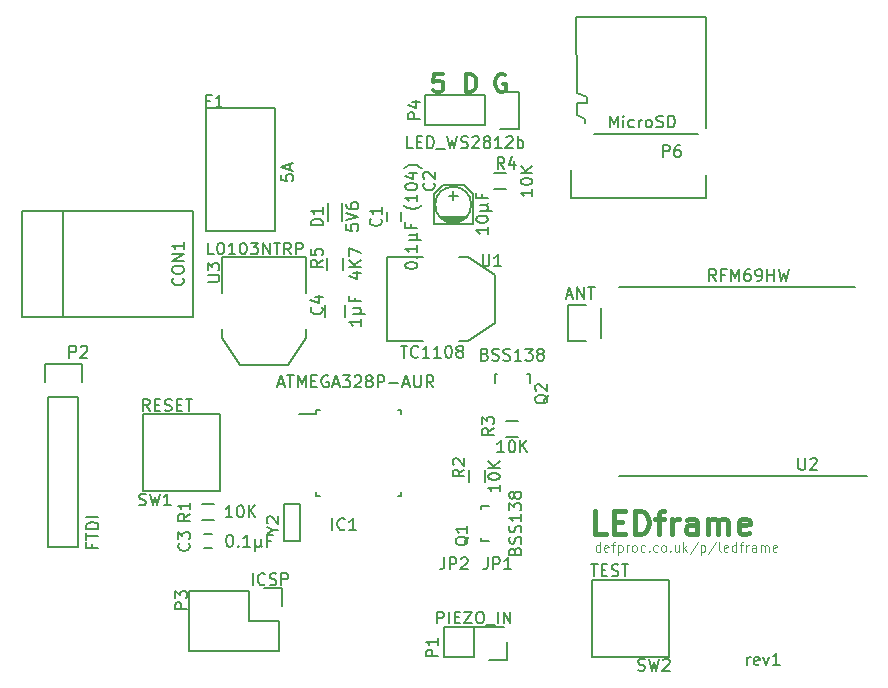
<source format=gbr>
G04 #@! TF.FileFunction,Legend,Top*
%FSLAX46Y46*%
G04 Gerber Fmt 4.6, Leading zero omitted, Abs format (unit mm)*
G04 Created by KiCad (PCBNEW 4.0.2-4+6225~38~ubuntu14.04.1-stable) date Tue 29 Mar 2016 01:16:37 BST*
%MOMM*%
G01*
G04 APERTURE LIST*
%ADD10C,0.100000*%
%ADD11C,0.150000*%
%ADD12C,0.200000*%
%ADD13C,0.300000*%
%ADD14C,0.400000*%
G04 APERTURE END LIST*
D10*
X85435713Y-170361905D02*
X85435713Y-169561905D01*
X85435713Y-170323810D02*
X85359523Y-170361905D01*
X85207142Y-170361905D01*
X85130951Y-170323810D01*
X85092856Y-170285714D01*
X85054761Y-170209524D01*
X85054761Y-169980952D01*
X85092856Y-169904762D01*
X85130951Y-169866667D01*
X85207142Y-169828571D01*
X85359523Y-169828571D01*
X85435713Y-169866667D01*
X86121428Y-170323810D02*
X86045238Y-170361905D01*
X85892857Y-170361905D01*
X85816666Y-170323810D01*
X85778571Y-170247619D01*
X85778571Y-169942857D01*
X85816666Y-169866667D01*
X85892857Y-169828571D01*
X86045238Y-169828571D01*
X86121428Y-169866667D01*
X86159523Y-169942857D01*
X86159523Y-170019048D01*
X85778571Y-170095238D01*
X86388094Y-169828571D02*
X86692856Y-169828571D01*
X86502380Y-170361905D02*
X86502380Y-169676190D01*
X86540475Y-169600000D01*
X86616666Y-169561905D01*
X86692856Y-169561905D01*
X86959523Y-169828571D02*
X86959523Y-170628571D01*
X86959523Y-169866667D02*
X87035714Y-169828571D01*
X87188095Y-169828571D01*
X87264285Y-169866667D01*
X87302380Y-169904762D01*
X87340476Y-169980952D01*
X87340476Y-170209524D01*
X87302380Y-170285714D01*
X87264285Y-170323810D01*
X87188095Y-170361905D01*
X87035714Y-170361905D01*
X86959523Y-170323810D01*
X87683333Y-170361905D02*
X87683333Y-169828571D01*
X87683333Y-169980952D02*
X87721428Y-169904762D01*
X87759524Y-169866667D01*
X87835714Y-169828571D01*
X87911905Y-169828571D01*
X88292857Y-170361905D02*
X88216666Y-170323810D01*
X88178571Y-170285714D01*
X88140476Y-170209524D01*
X88140476Y-169980952D01*
X88178571Y-169904762D01*
X88216666Y-169866667D01*
X88292857Y-169828571D01*
X88407143Y-169828571D01*
X88483333Y-169866667D01*
X88521428Y-169904762D01*
X88559524Y-169980952D01*
X88559524Y-170209524D01*
X88521428Y-170285714D01*
X88483333Y-170323810D01*
X88407143Y-170361905D01*
X88292857Y-170361905D01*
X89245238Y-170323810D02*
X89169048Y-170361905D01*
X89016667Y-170361905D01*
X88940476Y-170323810D01*
X88902381Y-170285714D01*
X88864286Y-170209524D01*
X88864286Y-169980952D01*
X88902381Y-169904762D01*
X88940476Y-169866667D01*
X89016667Y-169828571D01*
X89169048Y-169828571D01*
X89245238Y-169866667D01*
X89588095Y-170285714D02*
X89626190Y-170323810D01*
X89588095Y-170361905D01*
X89550000Y-170323810D01*
X89588095Y-170285714D01*
X89588095Y-170361905D01*
X90311904Y-170323810D02*
X90235714Y-170361905D01*
X90083333Y-170361905D01*
X90007142Y-170323810D01*
X89969047Y-170285714D01*
X89930952Y-170209524D01*
X89930952Y-169980952D01*
X89969047Y-169904762D01*
X90007142Y-169866667D01*
X90083333Y-169828571D01*
X90235714Y-169828571D01*
X90311904Y-169866667D01*
X90769047Y-170361905D02*
X90692856Y-170323810D01*
X90654761Y-170285714D01*
X90616666Y-170209524D01*
X90616666Y-169980952D01*
X90654761Y-169904762D01*
X90692856Y-169866667D01*
X90769047Y-169828571D01*
X90883333Y-169828571D01*
X90959523Y-169866667D01*
X90997618Y-169904762D01*
X91035714Y-169980952D01*
X91035714Y-170209524D01*
X90997618Y-170285714D01*
X90959523Y-170323810D01*
X90883333Y-170361905D01*
X90769047Y-170361905D01*
X91378571Y-170285714D02*
X91416666Y-170323810D01*
X91378571Y-170361905D01*
X91340476Y-170323810D01*
X91378571Y-170285714D01*
X91378571Y-170361905D01*
X92102380Y-169828571D02*
X92102380Y-170361905D01*
X91759523Y-169828571D02*
X91759523Y-170247619D01*
X91797618Y-170323810D01*
X91873809Y-170361905D01*
X91988095Y-170361905D01*
X92064285Y-170323810D01*
X92102380Y-170285714D01*
X92483333Y-170361905D02*
X92483333Y-169561905D01*
X92559524Y-170057143D02*
X92788095Y-170361905D01*
X92788095Y-169828571D02*
X92483333Y-170133333D01*
X93702381Y-169523810D02*
X93016666Y-170552381D01*
X93969047Y-169828571D02*
X93969047Y-170628571D01*
X93969047Y-169866667D02*
X94045238Y-169828571D01*
X94197619Y-169828571D01*
X94273809Y-169866667D01*
X94311904Y-169904762D01*
X94350000Y-169980952D01*
X94350000Y-170209524D01*
X94311904Y-170285714D01*
X94273809Y-170323810D01*
X94197619Y-170361905D01*
X94045238Y-170361905D01*
X93969047Y-170323810D01*
X95264286Y-169523810D02*
X94578571Y-170552381D01*
X95645238Y-170361905D02*
X95569047Y-170323810D01*
X95530952Y-170247619D01*
X95530952Y-169561905D01*
X96254762Y-170323810D02*
X96178572Y-170361905D01*
X96026191Y-170361905D01*
X95950000Y-170323810D01*
X95911905Y-170247619D01*
X95911905Y-169942857D01*
X95950000Y-169866667D01*
X96026191Y-169828571D01*
X96178572Y-169828571D01*
X96254762Y-169866667D01*
X96292857Y-169942857D01*
X96292857Y-170019048D01*
X95911905Y-170095238D01*
X96978571Y-170361905D02*
X96978571Y-169561905D01*
X96978571Y-170323810D02*
X96902381Y-170361905D01*
X96750000Y-170361905D01*
X96673809Y-170323810D01*
X96635714Y-170285714D01*
X96597619Y-170209524D01*
X96597619Y-169980952D01*
X96635714Y-169904762D01*
X96673809Y-169866667D01*
X96750000Y-169828571D01*
X96902381Y-169828571D01*
X96978571Y-169866667D01*
X97245238Y-169828571D02*
X97550000Y-169828571D01*
X97359524Y-170361905D02*
X97359524Y-169676190D01*
X97397619Y-169600000D01*
X97473810Y-169561905D01*
X97550000Y-169561905D01*
X97816667Y-170361905D02*
X97816667Y-169828571D01*
X97816667Y-169980952D02*
X97854762Y-169904762D01*
X97892858Y-169866667D01*
X97969048Y-169828571D01*
X98045239Y-169828571D01*
X98654762Y-170361905D02*
X98654762Y-169942857D01*
X98616667Y-169866667D01*
X98540477Y-169828571D01*
X98388096Y-169828571D01*
X98311905Y-169866667D01*
X98654762Y-170323810D02*
X98578572Y-170361905D01*
X98388096Y-170361905D01*
X98311905Y-170323810D01*
X98273810Y-170247619D01*
X98273810Y-170171429D01*
X98311905Y-170095238D01*
X98388096Y-170057143D01*
X98578572Y-170057143D01*
X98654762Y-170019048D01*
X99035715Y-170361905D02*
X99035715Y-169828571D01*
X99035715Y-169904762D02*
X99073810Y-169866667D01*
X99150001Y-169828571D01*
X99264287Y-169828571D01*
X99340477Y-169866667D01*
X99378572Y-169942857D01*
X99378572Y-170361905D01*
X99378572Y-169942857D02*
X99416668Y-169866667D01*
X99492858Y-169828571D01*
X99607144Y-169828571D01*
X99683334Y-169866667D01*
X99721429Y-169942857D01*
X99721429Y-170361905D01*
X100407144Y-170323810D02*
X100330954Y-170361905D01*
X100178573Y-170361905D01*
X100102382Y-170323810D01*
X100064287Y-170247619D01*
X100064287Y-169942857D01*
X100102382Y-169866667D01*
X100178573Y-169828571D01*
X100330954Y-169828571D01*
X100407144Y-169866667D01*
X100445239Y-169942857D01*
X100445239Y-170019048D01*
X100064287Y-170095238D01*
D11*
X95261905Y-147452381D02*
X94928571Y-146976190D01*
X94690476Y-147452381D02*
X94690476Y-146452381D01*
X95071429Y-146452381D01*
X95166667Y-146500000D01*
X95214286Y-146547619D01*
X95261905Y-146642857D01*
X95261905Y-146785714D01*
X95214286Y-146880952D01*
X95166667Y-146928571D01*
X95071429Y-146976190D01*
X94690476Y-146976190D01*
X96023810Y-146928571D02*
X95690476Y-146928571D01*
X95690476Y-147452381D02*
X95690476Y-146452381D01*
X96166667Y-146452381D01*
X96547619Y-147452381D02*
X96547619Y-146452381D01*
X96880953Y-147166667D01*
X97214286Y-146452381D01*
X97214286Y-147452381D01*
X98119048Y-146452381D02*
X97928571Y-146452381D01*
X97833333Y-146500000D01*
X97785714Y-146547619D01*
X97690476Y-146690476D01*
X97642857Y-146880952D01*
X97642857Y-147261905D01*
X97690476Y-147357143D01*
X97738095Y-147404762D01*
X97833333Y-147452381D01*
X98023810Y-147452381D01*
X98119048Y-147404762D01*
X98166667Y-147357143D01*
X98214286Y-147261905D01*
X98214286Y-147023810D01*
X98166667Y-146928571D01*
X98119048Y-146880952D01*
X98023810Y-146833333D01*
X97833333Y-146833333D01*
X97738095Y-146880952D01*
X97690476Y-146928571D01*
X97642857Y-147023810D01*
X98690476Y-147452381D02*
X98880952Y-147452381D01*
X98976191Y-147404762D01*
X99023810Y-147357143D01*
X99119048Y-147214286D01*
X99166667Y-147023810D01*
X99166667Y-146642857D01*
X99119048Y-146547619D01*
X99071429Y-146500000D01*
X98976191Y-146452381D01*
X98785714Y-146452381D01*
X98690476Y-146500000D01*
X98642857Y-146547619D01*
X98595238Y-146642857D01*
X98595238Y-146880952D01*
X98642857Y-146976190D01*
X98690476Y-147023810D01*
X98785714Y-147071429D01*
X98976191Y-147071429D01*
X99071429Y-147023810D01*
X99119048Y-146976190D01*
X99166667Y-146880952D01*
X99595238Y-147452381D02*
X99595238Y-146452381D01*
X99595238Y-146928571D02*
X100166667Y-146928571D01*
X100166667Y-147452381D02*
X100166667Y-146452381D01*
X100547619Y-146452381D02*
X100785714Y-147452381D01*
X100976191Y-146738095D01*
X101166667Y-147452381D01*
X101404762Y-146452381D01*
X63952381Y-142666666D02*
X63952381Y-143142857D01*
X64428571Y-143190476D01*
X64380952Y-143142857D01*
X64333333Y-143047619D01*
X64333333Y-142809523D01*
X64380952Y-142714285D01*
X64428571Y-142666666D01*
X64523810Y-142619047D01*
X64761905Y-142619047D01*
X64857143Y-142666666D01*
X64904762Y-142714285D01*
X64952381Y-142809523D01*
X64952381Y-143047619D01*
X64904762Y-143142857D01*
X64857143Y-143190476D01*
X63952381Y-142333333D02*
X64952381Y-142000000D01*
X63952381Y-141666666D01*
X63952381Y-140904761D02*
X63952381Y-141095238D01*
X64000000Y-141190476D01*
X64047619Y-141238095D01*
X64190476Y-141333333D01*
X64380952Y-141380952D01*
X64761905Y-141380952D01*
X64857143Y-141333333D01*
X64904762Y-141285714D01*
X64952381Y-141190476D01*
X64952381Y-140999999D01*
X64904762Y-140904761D01*
X64857143Y-140857142D01*
X64761905Y-140809523D01*
X64523810Y-140809523D01*
X64428571Y-140857142D01*
X64380952Y-140904761D01*
X64333333Y-140999999D01*
X64333333Y-141190476D01*
X64380952Y-141285714D01*
X64428571Y-141333333D01*
X64523810Y-141380952D01*
D12*
X58452381Y-138440476D02*
X58452381Y-138916667D01*
X58928571Y-138964286D01*
X58880952Y-138916667D01*
X58833333Y-138821429D01*
X58833333Y-138583333D01*
X58880952Y-138488095D01*
X58928571Y-138440476D01*
X59023810Y-138392857D01*
X59261905Y-138392857D01*
X59357143Y-138440476D01*
X59404762Y-138488095D01*
X59452381Y-138583333D01*
X59452381Y-138821429D01*
X59404762Y-138916667D01*
X59357143Y-138964286D01*
X59166667Y-138011905D02*
X59166667Y-137535714D01*
X59452381Y-138107143D02*
X58452381Y-137773810D01*
X59452381Y-137440476D01*
D13*
X77392857Y-130000000D02*
X77250000Y-129928571D01*
X77035714Y-129928571D01*
X76821429Y-130000000D01*
X76678571Y-130142857D01*
X76607143Y-130285714D01*
X76535714Y-130571429D01*
X76535714Y-130785714D01*
X76607143Y-131071429D01*
X76678571Y-131214286D01*
X76821429Y-131357143D01*
X77035714Y-131428571D01*
X77178571Y-131428571D01*
X77392857Y-131357143D01*
X77464286Y-131285714D01*
X77464286Y-130785714D01*
X77178571Y-130785714D01*
X74107143Y-131428571D02*
X74107143Y-129928571D01*
X74464286Y-129928571D01*
X74678571Y-130000000D01*
X74821429Y-130142857D01*
X74892857Y-130285714D01*
X74964286Y-130571429D01*
X74964286Y-130785714D01*
X74892857Y-131071429D01*
X74821429Y-131214286D01*
X74678571Y-131357143D01*
X74464286Y-131428571D01*
X74107143Y-131428571D01*
X72107144Y-129928571D02*
X71392858Y-129928571D01*
X71321429Y-130642857D01*
X71392858Y-130571429D01*
X71535715Y-130500000D01*
X71892858Y-130500000D01*
X72035715Y-130571429D01*
X72107144Y-130642857D01*
X72178572Y-130785714D01*
X72178572Y-131142857D01*
X72107144Y-131285714D01*
X72035715Y-131357143D01*
X71892858Y-131428571D01*
X71535715Y-131428571D01*
X71392858Y-131357143D01*
X71321429Y-131285714D01*
D12*
X97892857Y-179952381D02*
X97892857Y-179285714D01*
X97892857Y-179476190D02*
X97940476Y-179380952D01*
X97988095Y-179333333D01*
X98083333Y-179285714D01*
X98178572Y-179285714D01*
X98892858Y-179904762D02*
X98797620Y-179952381D01*
X98607143Y-179952381D01*
X98511905Y-179904762D01*
X98464286Y-179809524D01*
X98464286Y-179428571D01*
X98511905Y-179333333D01*
X98607143Y-179285714D01*
X98797620Y-179285714D01*
X98892858Y-179333333D01*
X98940477Y-179428571D01*
X98940477Y-179523810D01*
X98464286Y-179619048D01*
X99273810Y-179285714D02*
X99511905Y-179952381D01*
X99750001Y-179285714D01*
X100654763Y-179952381D02*
X100083334Y-179952381D01*
X100369048Y-179952381D02*
X100369048Y-178952381D01*
X100273810Y-179095238D01*
X100178572Y-179190476D01*
X100083334Y-179238095D01*
D14*
X85928571Y-168904762D02*
X84976190Y-168904762D01*
X84976190Y-166904762D01*
X86595238Y-167857143D02*
X87261905Y-167857143D01*
X87547619Y-168904762D02*
X86595238Y-168904762D01*
X86595238Y-166904762D01*
X87547619Y-166904762D01*
X88404762Y-168904762D02*
X88404762Y-166904762D01*
X88880953Y-166904762D01*
X89166667Y-167000000D01*
X89357143Y-167190476D01*
X89452382Y-167380952D01*
X89547620Y-167761905D01*
X89547620Y-168047619D01*
X89452382Y-168428571D01*
X89357143Y-168619048D01*
X89166667Y-168809524D01*
X88880953Y-168904762D01*
X88404762Y-168904762D01*
X90119048Y-167571429D02*
X90880953Y-167571429D01*
X90404762Y-168904762D02*
X90404762Y-167190476D01*
X90500001Y-167000000D01*
X90690477Y-166904762D01*
X90880953Y-166904762D01*
X91547619Y-168904762D02*
X91547619Y-167571429D01*
X91547619Y-167952381D02*
X91642858Y-167761905D01*
X91738096Y-167666667D01*
X91928572Y-167571429D01*
X92119048Y-167571429D01*
X93642857Y-168904762D02*
X93642857Y-167857143D01*
X93547619Y-167666667D01*
X93357143Y-167571429D01*
X92976191Y-167571429D01*
X92785714Y-167666667D01*
X93642857Y-168809524D02*
X93452381Y-168904762D01*
X92976191Y-168904762D01*
X92785714Y-168809524D01*
X92690476Y-168619048D01*
X92690476Y-168428571D01*
X92785714Y-168238095D01*
X92976191Y-168142857D01*
X93452381Y-168142857D01*
X93642857Y-168047619D01*
X94595238Y-168904762D02*
X94595238Y-167571429D01*
X94595238Y-167761905D02*
X94690477Y-167666667D01*
X94880953Y-167571429D01*
X95166667Y-167571429D01*
X95357143Y-167666667D01*
X95452381Y-167857143D01*
X95452381Y-168904762D01*
X95452381Y-167857143D02*
X95547619Y-167666667D01*
X95738096Y-167571429D01*
X96023810Y-167571429D01*
X96214286Y-167666667D01*
X96309524Y-167857143D01*
X96309524Y-168904762D01*
X98023810Y-168809524D02*
X97833334Y-168904762D01*
X97452382Y-168904762D01*
X97261905Y-168809524D01*
X97166667Y-168619048D01*
X97166667Y-167857143D01*
X97261905Y-167666667D01*
X97452382Y-167571429D01*
X97833334Y-167571429D01*
X98023810Y-167666667D01*
X98119048Y-167857143D01*
X98119048Y-168047619D01*
X97166667Y-168238095D01*
D11*
X108000000Y-164000000D02*
X87000000Y-164000000D01*
X107000000Y-148000000D02*
X87000000Y-148000000D01*
X68600000Y-141650000D02*
X68600000Y-142350000D01*
X67400000Y-142350000D02*
X67400000Y-141650000D01*
X71349000Y-142651000D02*
X74651000Y-142651000D01*
X74651000Y-142651000D02*
X74651000Y-140111000D01*
X74651000Y-140111000D02*
X73889000Y-139349000D01*
X73889000Y-139349000D02*
X72111000Y-139349000D01*
X72111000Y-139349000D02*
X71349000Y-140111000D01*
X71349000Y-140111000D02*
X71349000Y-142651000D01*
X72492000Y-142397000D02*
X73508000Y-142397000D01*
X72238000Y-142270000D02*
X73762000Y-142270000D01*
X71984000Y-142143000D02*
X74016000Y-142143000D01*
X71857000Y-142016000D02*
X74143000Y-142016000D01*
X73000000Y-139857000D02*
X73000000Y-140619000D01*
X72619000Y-140238000D02*
X73381000Y-140238000D01*
X74524000Y-141000000D02*
G75*
G03X74524000Y-141000000I-1524000J0D01*
G01*
X51900000Y-168900000D02*
X52600000Y-168900000D01*
X52600000Y-170100000D02*
X51900000Y-170100000D01*
X62150000Y-149500000D02*
X62150000Y-150500000D01*
X63850000Y-150500000D02*
X63850000Y-149500000D01*
X63600000Y-142400000D02*
X63600000Y-140850000D01*
X62400000Y-142400000D02*
X62400000Y-140850000D01*
X61375000Y-158375000D02*
X61375000Y-158700000D01*
X68625000Y-158375000D02*
X68625000Y-158700000D01*
X68625000Y-165625000D02*
X68625000Y-165300000D01*
X61375000Y-165625000D02*
X61375000Y-165300000D01*
X61375000Y-158375000D02*
X61700000Y-158375000D01*
X61375000Y-165625000D02*
X61700000Y-165625000D01*
X68625000Y-165625000D02*
X68300000Y-165625000D01*
X68625000Y-158375000D02*
X68300000Y-158375000D01*
X61375000Y-158700000D02*
X59950000Y-158700000D01*
X77550000Y-178000000D02*
X77550000Y-179550000D01*
X76000000Y-179550000D02*
X77550000Y-179550000D01*
X77270000Y-176730000D02*
X74730000Y-176730000D01*
X72190000Y-179270000D02*
X74730000Y-179270000D01*
X74730000Y-179270000D02*
X74730000Y-176730000D01*
X74730000Y-176730000D02*
X72190000Y-176730000D01*
X72190000Y-176730000D02*
X72190000Y-179270000D01*
X41270000Y-157270000D02*
X41270000Y-169970000D01*
X41270000Y-169970000D02*
X38730000Y-169970000D01*
X38730000Y-169970000D02*
X38730000Y-157270000D01*
X41550000Y-154450000D02*
X41550000Y-156000000D01*
X41270000Y-157270000D02*
X38730000Y-157270000D01*
X38450000Y-156000000D02*
X38450000Y-154450000D01*
X38450000Y-154450000D02*
X41550000Y-154450000D01*
X55730000Y-173730000D02*
X50650000Y-173730000D01*
X58550000Y-173450000D02*
X58550000Y-175000000D01*
X58270000Y-176270000D02*
X55730000Y-176270000D01*
X55730000Y-176270000D02*
X55730000Y-173730000D01*
X50650000Y-173730000D02*
X50650000Y-178810000D01*
X50650000Y-178810000D02*
X55730000Y-178810000D01*
X58550000Y-173450000D02*
X57000000Y-173450000D01*
X58270000Y-178810000D02*
X58270000Y-176270000D01*
X55730000Y-178810000D02*
X58270000Y-178810000D01*
X75730000Y-131730000D02*
X70650000Y-131730000D01*
X70650000Y-131730000D02*
X70650000Y-134270000D01*
X70650000Y-134270000D02*
X75730000Y-134270000D01*
X78550000Y-134550000D02*
X77000000Y-134550000D01*
X75730000Y-134270000D02*
X75730000Y-131730000D01*
X77000000Y-131450000D02*
X78550000Y-131450000D01*
X78550000Y-131450000D02*
X78550000Y-134550000D01*
X85520000Y-152270000D02*
X85520000Y-149730000D01*
X82700000Y-149450000D02*
X84250000Y-149450000D01*
X82700000Y-149450000D02*
X82700000Y-152550000D01*
X82700000Y-152550000D02*
X84250000Y-152550000D01*
X93700000Y-135000000D02*
X84900000Y-135000000D01*
X94400000Y-134500000D02*
X94400000Y-125100000D01*
X94400000Y-125100000D02*
X83400000Y-125100000D01*
X83400000Y-125100000D02*
X83500000Y-131500000D01*
X83500000Y-131500000D02*
X84300000Y-131900000D01*
X84300000Y-131900000D02*
X84300000Y-132400000D01*
X84300000Y-132400000D02*
X83500000Y-132400000D01*
X83500000Y-132400000D02*
X83500000Y-133400000D01*
X83500000Y-133400000D02*
X84200000Y-133700000D01*
X84200000Y-133700000D02*
X84200000Y-134100000D01*
X94400000Y-140400000D02*
X94400000Y-138500000D01*
X83000000Y-140400000D02*
X83000000Y-138100000D01*
X94400000Y-140400000D02*
X83000000Y-140400000D01*
X75349760Y-166700840D02*
X75349760Y-166749100D01*
X76050800Y-169499820D02*
X75349760Y-169499820D01*
X75349760Y-169499820D02*
X75349760Y-169250900D01*
X75349760Y-166700840D02*
X75349760Y-166500180D01*
X75349760Y-166500180D02*
X76050800Y-166500180D01*
X79299160Y-155349760D02*
X79250900Y-155349760D01*
X76500180Y-156050800D02*
X76500180Y-155349760D01*
X76500180Y-155349760D02*
X76749100Y-155349760D01*
X79299160Y-155349760D02*
X79499820Y-155349760D01*
X79499820Y-155349760D02*
X79499820Y-156050800D01*
X51750000Y-166325000D02*
X52750000Y-166325000D01*
X52750000Y-167675000D02*
X51750000Y-167675000D01*
X74325000Y-164500000D02*
X74325000Y-163500000D01*
X75675000Y-163500000D02*
X75675000Y-164500000D01*
X78500000Y-160675000D02*
X77500000Y-160675000D01*
X77500000Y-159325000D02*
X78500000Y-159325000D01*
X77500000Y-139675000D02*
X76500000Y-139675000D01*
X76500000Y-138325000D02*
X77500000Y-138325000D01*
X62325000Y-146500000D02*
X62325000Y-145500000D01*
X63675000Y-145500000D02*
X63675000Y-146500000D01*
X53250000Y-158750000D02*
X53250000Y-165250000D01*
X53250000Y-165250000D02*
X46750000Y-165250000D01*
X46750000Y-165250000D02*
X46750000Y-158750000D01*
X46750000Y-158750000D02*
X53250000Y-158750000D01*
X91250000Y-172750000D02*
X91250000Y-179250000D01*
X91250000Y-179250000D02*
X84750000Y-179250000D01*
X84750000Y-179250000D02*
X84750000Y-172750000D01*
X84750000Y-172750000D02*
X91250000Y-172750000D01*
X70476000Y-145444000D02*
X67428000Y-145444000D01*
X67428000Y-145444000D02*
X67428000Y-152556000D01*
X67428000Y-152556000D02*
X70476000Y-152556000D01*
X73524000Y-145444000D02*
X74286000Y-145444000D01*
X74286000Y-145444000D02*
X76572000Y-146968000D01*
X76572000Y-146968000D02*
X76572000Y-151032000D01*
X76572000Y-151032000D02*
X74286000Y-152556000D01*
X74286000Y-152556000D02*
X73524000Y-152556000D01*
X60556000Y-148476000D02*
X60556000Y-145428000D01*
X60556000Y-145428000D02*
X53444000Y-145428000D01*
X53444000Y-145428000D02*
X53444000Y-148476000D01*
X60556000Y-151524000D02*
X60556000Y-152286000D01*
X60556000Y-152286000D02*
X59032000Y-154572000D01*
X59032000Y-154572000D02*
X54968000Y-154572000D01*
X54968000Y-154572000D02*
X53444000Y-152286000D01*
X53444000Y-152286000D02*
X53444000Y-151524000D01*
X57900000Y-132800000D02*
X57900000Y-143200000D01*
X57900000Y-143200000D02*
X52100000Y-143200000D01*
X52100000Y-143200000D02*
X52100000Y-132800000D01*
X52100000Y-132800000D02*
X57900000Y-132800000D01*
X39999500Y-141499120D02*
X39999500Y-150500880D01*
X36499380Y-141499120D02*
X36499380Y-150500880D01*
X36499380Y-150500880D02*
X51000240Y-150500880D01*
X51000240Y-150500880D02*
X51000240Y-141499120D01*
X51000240Y-141499120D02*
X36499380Y-141499120D01*
X58650000Y-169500000D02*
X58650000Y-166300000D01*
X58650000Y-166300000D02*
X60050000Y-166300000D01*
X60050000Y-166300000D02*
X60050000Y-169500000D01*
X60050000Y-169500000D02*
X58650000Y-169500000D01*
X102238095Y-162452381D02*
X102238095Y-163261905D01*
X102285714Y-163357143D01*
X102333333Y-163404762D01*
X102428571Y-163452381D01*
X102619048Y-163452381D01*
X102714286Y-163404762D01*
X102761905Y-163357143D01*
X102809524Y-163261905D01*
X102809524Y-162452381D01*
X103238095Y-162547619D02*
X103285714Y-162500000D01*
X103380952Y-162452381D01*
X103619048Y-162452381D01*
X103714286Y-162500000D01*
X103761905Y-162547619D01*
X103809524Y-162642857D01*
X103809524Y-162738095D01*
X103761905Y-162880952D01*
X103190476Y-163452381D01*
X103809524Y-163452381D01*
X66857143Y-142166666D02*
X66904762Y-142214285D01*
X66952381Y-142357142D01*
X66952381Y-142452380D01*
X66904762Y-142595238D01*
X66809524Y-142690476D01*
X66714286Y-142738095D01*
X66523810Y-142785714D01*
X66380952Y-142785714D01*
X66190476Y-142738095D01*
X66095238Y-142690476D01*
X66000000Y-142595238D01*
X65952381Y-142452380D01*
X65952381Y-142357142D01*
X66000000Y-142214285D01*
X66047619Y-142166666D01*
X66952381Y-141214285D02*
X66952381Y-141785714D01*
X66952381Y-141500000D02*
X65952381Y-141500000D01*
X66095238Y-141595238D01*
X66190476Y-141690476D01*
X66238095Y-141785714D01*
X68952381Y-146190477D02*
X68952381Y-146095238D01*
X69000000Y-146000000D01*
X69047619Y-145952381D01*
X69142857Y-145904762D01*
X69333333Y-145857143D01*
X69571429Y-145857143D01*
X69761905Y-145904762D01*
X69857143Y-145952381D01*
X69904762Y-146000000D01*
X69952381Y-146095238D01*
X69952381Y-146190477D01*
X69904762Y-146285715D01*
X69857143Y-146333334D01*
X69761905Y-146380953D01*
X69571429Y-146428572D01*
X69333333Y-146428572D01*
X69142857Y-146380953D01*
X69047619Y-146333334D01*
X69000000Y-146285715D01*
X68952381Y-146190477D01*
X69857143Y-145428572D02*
X69904762Y-145380953D01*
X69952381Y-145428572D01*
X69904762Y-145476191D01*
X69857143Y-145428572D01*
X69952381Y-145428572D01*
X69952381Y-144428572D02*
X69952381Y-145000001D01*
X69952381Y-144714287D02*
X68952381Y-144714287D01*
X69095238Y-144809525D01*
X69190476Y-144904763D01*
X69238095Y-145000001D01*
X69285714Y-144000001D02*
X70285714Y-144000001D01*
X69809524Y-143523810D02*
X69904762Y-143476191D01*
X69952381Y-143380953D01*
X69809524Y-144000001D02*
X69904762Y-143952382D01*
X69952381Y-143857144D01*
X69952381Y-143666667D01*
X69904762Y-143571429D01*
X69809524Y-143523810D01*
X69285714Y-143523810D01*
X69428571Y-142619048D02*
X69428571Y-142952382D01*
X69952381Y-142952382D02*
X68952381Y-142952382D01*
X68952381Y-142476191D01*
X70333333Y-141047619D02*
X70285714Y-141095239D01*
X70142857Y-141190477D01*
X70047619Y-141238096D01*
X69904762Y-141285715D01*
X69666667Y-141333334D01*
X69476190Y-141333334D01*
X69238095Y-141285715D01*
X69095238Y-141238096D01*
X69000000Y-141190477D01*
X68857143Y-141095239D01*
X68809524Y-141047619D01*
X69952381Y-140142857D02*
X69952381Y-140714286D01*
X69952381Y-140428572D02*
X68952381Y-140428572D01*
X69095238Y-140523810D01*
X69190476Y-140619048D01*
X69238095Y-140714286D01*
X68952381Y-139523810D02*
X68952381Y-139428571D01*
X69000000Y-139333333D01*
X69047619Y-139285714D01*
X69142857Y-139238095D01*
X69333333Y-139190476D01*
X69571429Y-139190476D01*
X69761905Y-139238095D01*
X69857143Y-139285714D01*
X69904762Y-139333333D01*
X69952381Y-139428571D01*
X69952381Y-139523810D01*
X69904762Y-139619048D01*
X69857143Y-139666667D01*
X69761905Y-139714286D01*
X69571429Y-139761905D01*
X69333333Y-139761905D01*
X69142857Y-139714286D01*
X69047619Y-139666667D01*
X69000000Y-139619048D01*
X68952381Y-139523810D01*
X69285714Y-138333333D02*
X69952381Y-138333333D01*
X68904762Y-138571429D02*
X69619048Y-138809524D01*
X69619048Y-138190476D01*
X70333333Y-137904762D02*
X70285714Y-137857143D01*
X70142857Y-137761905D01*
X70047619Y-137714286D01*
X69904762Y-137666667D01*
X69666667Y-137619048D01*
X69476190Y-137619048D01*
X69238095Y-137666667D01*
X69095238Y-137714286D01*
X69000000Y-137761905D01*
X68857143Y-137857143D01*
X68809524Y-137904762D01*
X71357143Y-139166666D02*
X71404762Y-139214285D01*
X71452381Y-139357142D01*
X71452381Y-139452380D01*
X71404762Y-139595238D01*
X71309524Y-139690476D01*
X71214286Y-139738095D01*
X71023810Y-139785714D01*
X70880952Y-139785714D01*
X70690476Y-139738095D01*
X70595238Y-139690476D01*
X70500000Y-139595238D01*
X70452381Y-139452380D01*
X70452381Y-139357142D01*
X70500000Y-139214285D01*
X70547619Y-139166666D01*
X70547619Y-138785714D02*
X70500000Y-138738095D01*
X70452381Y-138642857D01*
X70452381Y-138404761D01*
X70500000Y-138309523D01*
X70547619Y-138261904D01*
X70642857Y-138214285D01*
X70738095Y-138214285D01*
X70880952Y-138261904D01*
X71452381Y-138833333D01*
X71452381Y-138214285D01*
X75952381Y-142892857D02*
X75952381Y-143464286D01*
X75952381Y-143178572D02*
X74952381Y-143178572D01*
X75095238Y-143273810D01*
X75190476Y-143369048D01*
X75238095Y-143464286D01*
X74952381Y-142273810D02*
X74952381Y-142178571D01*
X75000000Y-142083333D01*
X75047619Y-142035714D01*
X75142857Y-141988095D01*
X75333333Y-141940476D01*
X75571429Y-141940476D01*
X75761905Y-141988095D01*
X75857143Y-142035714D01*
X75904762Y-142083333D01*
X75952381Y-142178571D01*
X75952381Y-142273810D01*
X75904762Y-142369048D01*
X75857143Y-142416667D01*
X75761905Y-142464286D01*
X75571429Y-142511905D01*
X75333333Y-142511905D01*
X75142857Y-142464286D01*
X75047619Y-142416667D01*
X75000000Y-142369048D01*
X74952381Y-142273810D01*
X75285714Y-141511905D02*
X76285714Y-141511905D01*
X75809524Y-141035714D02*
X75904762Y-140988095D01*
X75952381Y-140892857D01*
X75809524Y-141511905D02*
X75904762Y-141464286D01*
X75952381Y-141369048D01*
X75952381Y-141178571D01*
X75904762Y-141083333D01*
X75809524Y-141035714D01*
X75285714Y-141035714D01*
X75428571Y-140130952D02*
X75428571Y-140464286D01*
X75952381Y-140464286D02*
X74952381Y-140464286D01*
X74952381Y-139988095D01*
X50607143Y-169666666D02*
X50654762Y-169714285D01*
X50702381Y-169857142D01*
X50702381Y-169952380D01*
X50654762Y-170095238D01*
X50559524Y-170190476D01*
X50464286Y-170238095D01*
X50273810Y-170285714D01*
X50130952Y-170285714D01*
X49940476Y-170238095D01*
X49845238Y-170190476D01*
X49750000Y-170095238D01*
X49702381Y-169952380D01*
X49702381Y-169857142D01*
X49750000Y-169714285D01*
X49797619Y-169666666D01*
X49702381Y-169333333D02*
X49702381Y-168714285D01*
X50083333Y-169047619D01*
X50083333Y-168904761D01*
X50130952Y-168809523D01*
X50178571Y-168761904D01*
X50273810Y-168714285D01*
X50511905Y-168714285D01*
X50607143Y-168761904D01*
X50654762Y-168809523D01*
X50702381Y-168904761D01*
X50702381Y-169190476D01*
X50654762Y-169285714D01*
X50607143Y-169333333D01*
X54035714Y-168952381D02*
X54130953Y-168952381D01*
X54226191Y-169000000D01*
X54273810Y-169047619D01*
X54321429Y-169142857D01*
X54369048Y-169333333D01*
X54369048Y-169571429D01*
X54321429Y-169761905D01*
X54273810Y-169857143D01*
X54226191Y-169904762D01*
X54130953Y-169952381D01*
X54035714Y-169952381D01*
X53940476Y-169904762D01*
X53892857Y-169857143D01*
X53845238Y-169761905D01*
X53797619Y-169571429D01*
X53797619Y-169333333D01*
X53845238Y-169142857D01*
X53892857Y-169047619D01*
X53940476Y-169000000D01*
X54035714Y-168952381D01*
X54797619Y-169857143D02*
X54845238Y-169904762D01*
X54797619Y-169952381D01*
X54750000Y-169904762D01*
X54797619Y-169857143D01*
X54797619Y-169952381D01*
X55797619Y-169952381D02*
X55226190Y-169952381D01*
X55511904Y-169952381D02*
X55511904Y-168952381D01*
X55416666Y-169095238D01*
X55321428Y-169190476D01*
X55226190Y-169238095D01*
X56226190Y-169285714D02*
X56226190Y-170285714D01*
X56702381Y-169809524D02*
X56750000Y-169904762D01*
X56845238Y-169952381D01*
X56226190Y-169809524D02*
X56273809Y-169904762D01*
X56369047Y-169952381D01*
X56559524Y-169952381D01*
X56654762Y-169904762D01*
X56702381Y-169809524D01*
X56702381Y-169285714D01*
X57607143Y-169428571D02*
X57273809Y-169428571D01*
X57273809Y-169952381D02*
X57273809Y-168952381D01*
X57750000Y-168952381D01*
X61857143Y-149666666D02*
X61904762Y-149714285D01*
X61952381Y-149857142D01*
X61952381Y-149952380D01*
X61904762Y-150095238D01*
X61809524Y-150190476D01*
X61714286Y-150238095D01*
X61523810Y-150285714D01*
X61380952Y-150285714D01*
X61190476Y-150238095D01*
X61095238Y-150190476D01*
X61000000Y-150095238D01*
X60952381Y-149952380D01*
X60952381Y-149857142D01*
X61000000Y-149714285D01*
X61047619Y-149666666D01*
X61285714Y-148809523D02*
X61952381Y-148809523D01*
X60904762Y-149047619D02*
X61619048Y-149285714D01*
X61619048Y-148666666D01*
X65202381Y-150666666D02*
X65202381Y-151238095D01*
X65202381Y-150952381D02*
X64202381Y-150952381D01*
X64345238Y-151047619D01*
X64440476Y-151142857D01*
X64488095Y-151238095D01*
X64535714Y-150238095D02*
X65535714Y-150238095D01*
X65059524Y-149761904D02*
X65154762Y-149714285D01*
X65202381Y-149619047D01*
X65059524Y-150238095D02*
X65154762Y-150190476D01*
X65202381Y-150095238D01*
X65202381Y-149904761D01*
X65154762Y-149809523D01*
X65059524Y-149761904D01*
X64535714Y-149761904D01*
X64678571Y-148857142D02*
X64678571Y-149190476D01*
X65202381Y-149190476D02*
X64202381Y-149190476D01*
X64202381Y-148714285D01*
X61952381Y-142738095D02*
X60952381Y-142738095D01*
X60952381Y-142500000D01*
X61000000Y-142357142D01*
X61095238Y-142261904D01*
X61190476Y-142214285D01*
X61380952Y-142166666D01*
X61523810Y-142166666D01*
X61714286Y-142214285D01*
X61809524Y-142261904D01*
X61904762Y-142357142D01*
X61952381Y-142500000D01*
X61952381Y-142738095D01*
X61952381Y-141214285D02*
X61952381Y-141785714D01*
X61952381Y-141500000D02*
X60952381Y-141500000D01*
X61095238Y-141595238D01*
X61190476Y-141690476D01*
X61238095Y-141785714D01*
X62773810Y-168552381D02*
X62773810Y-167552381D01*
X63821429Y-168457143D02*
X63773810Y-168504762D01*
X63630953Y-168552381D01*
X63535715Y-168552381D01*
X63392857Y-168504762D01*
X63297619Y-168409524D01*
X63250000Y-168314286D01*
X63202381Y-168123810D01*
X63202381Y-167980952D01*
X63250000Y-167790476D01*
X63297619Y-167695238D01*
X63392857Y-167600000D01*
X63535715Y-167552381D01*
X63630953Y-167552381D01*
X63773810Y-167600000D01*
X63821429Y-167647619D01*
X64773810Y-168552381D02*
X64202381Y-168552381D01*
X64488095Y-168552381D02*
X64488095Y-167552381D01*
X64392857Y-167695238D01*
X64297619Y-167790476D01*
X64202381Y-167838095D01*
X58178571Y-156166667D02*
X58654762Y-156166667D01*
X58083333Y-156452381D02*
X58416666Y-155452381D01*
X58750000Y-156452381D01*
X58940476Y-155452381D02*
X59511905Y-155452381D01*
X59226190Y-156452381D02*
X59226190Y-155452381D01*
X59845238Y-156452381D02*
X59845238Y-155452381D01*
X60178572Y-156166667D01*
X60511905Y-155452381D01*
X60511905Y-156452381D01*
X60988095Y-155928571D02*
X61321429Y-155928571D01*
X61464286Y-156452381D02*
X60988095Y-156452381D01*
X60988095Y-155452381D01*
X61464286Y-155452381D01*
X62416667Y-155500000D02*
X62321429Y-155452381D01*
X62178572Y-155452381D01*
X62035714Y-155500000D01*
X61940476Y-155595238D01*
X61892857Y-155690476D01*
X61845238Y-155880952D01*
X61845238Y-156023810D01*
X61892857Y-156214286D01*
X61940476Y-156309524D01*
X62035714Y-156404762D01*
X62178572Y-156452381D01*
X62273810Y-156452381D01*
X62416667Y-156404762D01*
X62464286Y-156357143D01*
X62464286Y-156023810D01*
X62273810Y-156023810D01*
X62845238Y-156166667D02*
X63321429Y-156166667D01*
X62750000Y-156452381D02*
X63083333Y-155452381D01*
X63416667Y-156452381D01*
X63654762Y-155452381D02*
X64273810Y-155452381D01*
X63940476Y-155833333D01*
X64083334Y-155833333D01*
X64178572Y-155880952D01*
X64226191Y-155928571D01*
X64273810Y-156023810D01*
X64273810Y-156261905D01*
X64226191Y-156357143D01*
X64178572Y-156404762D01*
X64083334Y-156452381D01*
X63797619Y-156452381D01*
X63702381Y-156404762D01*
X63654762Y-156357143D01*
X64654762Y-155547619D02*
X64702381Y-155500000D01*
X64797619Y-155452381D01*
X65035715Y-155452381D01*
X65130953Y-155500000D01*
X65178572Y-155547619D01*
X65226191Y-155642857D01*
X65226191Y-155738095D01*
X65178572Y-155880952D01*
X64607143Y-156452381D01*
X65226191Y-156452381D01*
X65797619Y-155880952D02*
X65702381Y-155833333D01*
X65654762Y-155785714D01*
X65607143Y-155690476D01*
X65607143Y-155642857D01*
X65654762Y-155547619D01*
X65702381Y-155500000D01*
X65797619Y-155452381D01*
X65988096Y-155452381D01*
X66083334Y-155500000D01*
X66130953Y-155547619D01*
X66178572Y-155642857D01*
X66178572Y-155690476D01*
X66130953Y-155785714D01*
X66083334Y-155833333D01*
X65988096Y-155880952D01*
X65797619Y-155880952D01*
X65702381Y-155928571D01*
X65654762Y-155976190D01*
X65607143Y-156071429D01*
X65607143Y-156261905D01*
X65654762Y-156357143D01*
X65702381Y-156404762D01*
X65797619Y-156452381D01*
X65988096Y-156452381D01*
X66083334Y-156404762D01*
X66130953Y-156357143D01*
X66178572Y-156261905D01*
X66178572Y-156071429D01*
X66130953Y-155976190D01*
X66083334Y-155928571D01*
X65988096Y-155880952D01*
X66607143Y-156452381D02*
X66607143Y-155452381D01*
X66988096Y-155452381D01*
X67083334Y-155500000D01*
X67130953Y-155547619D01*
X67178572Y-155642857D01*
X67178572Y-155785714D01*
X67130953Y-155880952D01*
X67083334Y-155928571D01*
X66988096Y-155976190D01*
X66607143Y-155976190D01*
X67607143Y-156071429D02*
X68369048Y-156071429D01*
X68797619Y-156166667D02*
X69273810Y-156166667D01*
X68702381Y-156452381D02*
X69035714Y-155452381D01*
X69369048Y-156452381D01*
X69702381Y-155452381D02*
X69702381Y-156261905D01*
X69750000Y-156357143D01*
X69797619Y-156404762D01*
X69892857Y-156452381D01*
X70083334Y-156452381D01*
X70178572Y-156404762D01*
X70226191Y-156357143D01*
X70273810Y-156261905D01*
X70273810Y-155452381D01*
X71321429Y-156452381D02*
X70988095Y-155976190D01*
X70750000Y-156452381D02*
X70750000Y-155452381D01*
X71130953Y-155452381D01*
X71226191Y-155500000D01*
X71273810Y-155547619D01*
X71321429Y-155642857D01*
X71321429Y-155785714D01*
X71273810Y-155880952D01*
X71226191Y-155928571D01*
X71130953Y-155976190D01*
X70750000Y-155976190D01*
X75913667Y-170863381D02*
X75913667Y-171577667D01*
X75866047Y-171720524D01*
X75770809Y-171815762D01*
X75627952Y-171863381D01*
X75532714Y-171863381D01*
X76389857Y-171863381D02*
X76389857Y-170863381D01*
X76770810Y-170863381D01*
X76866048Y-170911000D01*
X76913667Y-170958619D01*
X76961286Y-171053857D01*
X76961286Y-171196714D01*
X76913667Y-171291952D01*
X76866048Y-171339571D01*
X76770810Y-171387190D01*
X76389857Y-171387190D01*
X77913667Y-171863381D02*
X77342238Y-171863381D01*
X77627952Y-171863381D02*
X77627952Y-170863381D01*
X77532714Y-171006238D01*
X77437476Y-171101476D01*
X77342238Y-171149095D01*
X72230667Y-170863381D02*
X72230667Y-171577667D01*
X72183047Y-171720524D01*
X72087809Y-171815762D01*
X71944952Y-171863381D01*
X71849714Y-171863381D01*
X72706857Y-171863381D02*
X72706857Y-170863381D01*
X73087810Y-170863381D01*
X73183048Y-170911000D01*
X73230667Y-170958619D01*
X73278286Y-171053857D01*
X73278286Y-171196714D01*
X73230667Y-171291952D01*
X73183048Y-171339571D01*
X73087810Y-171387190D01*
X72706857Y-171387190D01*
X73659238Y-170958619D02*
X73706857Y-170911000D01*
X73802095Y-170863381D01*
X74040191Y-170863381D01*
X74135429Y-170911000D01*
X74183048Y-170958619D01*
X74230667Y-171053857D01*
X74230667Y-171149095D01*
X74183048Y-171291952D01*
X73611619Y-171863381D01*
X74230667Y-171863381D01*
X71702381Y-179238095D02*
X70702381Y-179238095D01*
X70702381Y-178857142D01*
X70750000Y-178761904D01*
X70797619Y-178714285D01*
X70892857Y-178666666D01*
X71035714Y-178666666D01*
X71130952Y-178714285D01*
X71178571Y-178761904D01*
X71226190Y-178857142D01*
X71226190Y-179238095D01*
X71702381Y-177714285D02*
X71702381Y-178285714D01*
X71702381Y-178000000D02*
X70702381Y-178000000D01*
X70845238Y-178095238D01*
X70940476Y-178190476D01*
X70988095Y-178285714D01*
X71654762Y-176452381D02*
X71654762Y-175452381D01*
X72035715Y-175452381D01*
X72130953Y-175500000D01*
X72178572Y-175547619D01*
X72226191Y-175642857D01*
X72226191Y-175785714D01*
X72178572Y-175880952D01*
X72130953Y-175928571D01*
X72035715Y-175976190D01*
X71654762Y-175976190D01*
X72654762Y-176452381D02*
X72654762Y-175452381D01*
X73130952Y-175928571D02*
X73464286Y-175928571D01*
X73607143Y-176452381D02*
X73130952Y-176452381D01*
X73130952Y-175452381D01*
X73607143Y-175452381D01*
X73940476Y-175452381D02*
X74607143Y-175452381D01*
X73940476Y-176452381D01*
X74607143Y-176452381D01*
X75178571Y-175452381D02*
X75369048Y-175452381D01*
X75464286Y-175500000D01*
X75559524Y-175595238D01*
X75607143Y-175785714D01*
X75607143Y-176119048D01*
X75559524Y-176309524D01*
X75464286Y-176404762D01*
X75369048Y-176452381D01*
X75178571Y-176452381D01*
X75083333Y-176404762D01*
X74988095Y-176309524D01*
X74940476Y-176119048D01*
X74940476Y-175785714D01*
X74988095Y-175595238D01*
X75083333Y-175500000D01*
X75178571Y-175452381D01*
X75797619Y-176547619D02*
X76559524Y-176547619D01*
X76797619Y-176452381D02*
X76797619Y-175452381D01*
X77273809Y-176452381D02*
X77273809Y-175452381D01*
X77845238Y-176452381D01*
X77845238Y-175452381D01*
X40511905Y-153952381D02*
X40511905Y-152952381D01*
X40892858Y-152952381D01*
X40988096Y-153000000D01*
X41035715Y-153047619D01*
X41083334Y-153142857D01*
X41083334Y-153285714D01*
X41035715Y-153380952D01*
X40988096Y-153428571D01*
X40892858Y-153476190D01*
X40511905Y-153476190D01*
X41464286Y-153047619D02*
X41511905Y-153000000D01*
X41607143Y-152952381D01*
X41845239Y-152952381D01*
X41940477Y-153000000D01*
X41988096Y-153047619D01*
X42035715Y-153142857D01*
X42035715Y-153238095D01*
X41988096Y-153380952D01*
X41416667Y-153952381D01*
X42035715Y-153952381D01*
X42428571Y-169726190D02*
X42428571Y-170059524D01*
X42952381Y-170059524D02*
X41952381Y-170059524D01*
X41952381Y-169583333D01*
X41952381Y-169345238D02*
X41952381Y-168773809D01*
X42952381Y-169059524D02*
X41952381Y-169059524D01*
X42952381Y-168440476D02*
X41952381Y-168440476D01*
X41952381Y-168202381D01*
X42000000Y-168059523D01*
X42095238Y-167964285D01*
X42190476Y-167916666D01*
X42380952Y-167869047D01*
X42523810Y-167869047D01*
X42714286Y-167916666D01*
X42809524Y-167964285D01*
X42904762Y-168059523D01*
X42952381Y-168202381D01*
X42952381Y-168440476D01*
X42952381Y-167440476D02*
X41952381Y-167440476D01*
X50452381Y-175238095D02*
X49452381Y-175238095D01*
X49452381Y-174857142D01*
X49500000Y-174761904D01*
X49547619Y-174714285D01*
X49642857Y-174666666D01*
X49785714Y-174666666D01*
X49880952Y-174714285D01*
X49928571Y-174761904D01*
X49976190Y-174857142D01*
X49976190Y-175238095D01*
X49452381Y-174333333D02*
X49452381Y-173714285D01*
X49833333Y-174047619D01*
X49833333Y-173904761D01*
X49880952Y-173809523D01*
X49928571Y-173761904D01*
X50023810Y-173714285D01*
X50261905Y-173714285D01*
X50357143Y-173761904D01*
X50404762Y-173809523D01*
X50452381Y-173904761D01*
X50452381Y-174190476D01*
X50404762Y-174285714D01*
X50357143Y-174333333D01*
X56023810Y-173202381D02*
X56023810Y-172202381D01*
X57071429Y-173107143D02*
X57023810Y-173154762D01*
X56880953Y-173202381D01*
X56785715Y-173202381D01*
X56642857Y-173154762D01*
X56547619Y-173059524D01*
X56500000Y-172964286D01*
X56452381Y-172773810D01*
X56452381Y-172630952D01*
X56500000Y-172440476D01*
X56547619Y-172345238D01*
X56642857Y-172250000D01*
X56785715Y-172202381D01*
X56880953Y-172202381D01*
X57023810Y-172250000D01*
X57071429Y-172297619D01*
X57452381Y-173154762D02*
X57595238Y-173202381D01*
X57833334Y-173202381D01*
X57928572Y-173154762D01*
X57976191Y-173107143D01*
X58023810Y-173011905D01*
X58023810Y-172916667D01*
X57976191Y-172821429D01*
X57928572Y-172773810D01*
X57833334Y-172726190D01*
X57642857Y-172678571D01*
X57547619Y-172630952D01*
X57500000Y-172583333D01*
X57452381Y-172488095D01*
X57452381Y-172392857D01*
X57500000Y-172297619D01*
X57547619Y-172250000D01*
X57642857Y-172202381D01*
X57880953Y-172202381D01*
X58023810Y-172250000D01*
X58452381Y-173202381D02*
X58452381Y-172202381D01*
X58833334Y-172202381D01*
X58928572Y-172250000D01*
X58976191Y-172297619D01*
X59023810Y-172392857D01*
X59023810Y-172535714D01*
X58976191Y-172630952D01*
X58928572Y-172678571D01*
X58833334Y-172726190D01*
X58452381Y-172726190D01*
X70202381Y-133738095D02*
X69202381Y-133738095D01*
X69202381Y-133357142D01*
X69250000Y-133261904D01*
X69297619Y-133214285D01*
X69392857Y-133166666D01*
X69535714Y-133166666D01*
X69630952Y-133214285D01*
X69678571Y-133261904D01*
X69726190Y-133357142D01*
X69726190Y-133738095D01*
X69535714Y-132309523D02*
X70202381Y-132309523D01*
X69154762Y-132547619D02*
X69869048Y-132785714D01*
X69869048Y-132166666D01*
X69571429Y-136202381D02*
X69095238Y-136202381D01*
X69095238Y-135202381D01*
X69904762Y-135678571D02*
X70238096Y-135678571D01*
X70380953Y-136202381D02*
X69904762Y-136202381D01*
X69904762Y-135202381D01*
X70380953Y-135202381D01*
X70809524Y-136202381D02*
X70809524Y-135202381D01*
X71047619Y-135202381D01*
X71190477Y-135250000D01*
X71285715Y-135345238D01*
X71333334Y-135440476D01*
X71380953Y-135630952D01*
X71380953Y-135773810D01*
X71333334Y-135964286D01*
X71285715Y-136059524D01*
X71190477Y-136154762D01*
X71047619Y-136202381D01*
X70809524Y-136202381D01*
X71571429Y-136297619D02*
X72333334Y-136297619D01*
X72476191Y-135202381D02*
X72714286Y-136202381D01*
X72904763Y-135488095D01*
X73095239Y-136202381D01*
X73333334Y-135202381D01*
X73666667Y-136154762D02*
X73809524Y-136202381D01*
X74047620Y-136202381D01*
X74142858Y-136154762D01*
X74190477Y-136107143D01*
X74238096Y-136011905D01*
X74238096Y-135916667D01*
X74190477Y-135821429D01*
X74142858Y-135773810D01*
X74047620Y-135726190D01*
X73857143Y-135678571D01*
X73761905Y-135630952D01*
X73714286Y-135583333D01*
X73666667Y-135488095D01*
X73666667Y-135392857D01*
X73714286Y-135297619D01*
X73761905Y-135250000D01*
X73857143Y-135202381D01*
X74095239Y-135202381D01*
X74238096Y-135250000D01*
X74619048Y-135297619D02*
X74666667Y-135250000D01*
X74761905Y-135202381D01*
X75000001Y-135202381D01*
X75095239Y-135250000D01*
X75142858Y-135297619D01*
X75190477Y-135392857D01*
X75190477Y-135488095D01*
X75142858Y-135630952D01*
X74571429Y-136202381D01*
X75190477Y-136202381D01*
X75761905Y-135630952D02*
X75666667Y-135583333D01*
X75619048Y-135535714D01*
X75571429Y-135440476D01*
X75571429Y-135392857D01*
X75619048Y-135297619D01*
X75666667Y-135250000D01*
X75761905Y-135202381D01*
X75952382Y-135202381D01*
X76047620Y-135250000D01*
X76095239Y-135297619D01*
X76142858Y-135392857D01*
X76142858Y-135440476D01*
X76095239Y-135535714D01*
X76047620Y-135583333D01*
X75952382Y-135630952D01*
X75761905Y-135630952D01*
X75666667Y-135678571D01*
X75619048Y-135726190D01*
X75571429Y-135821429D01*
X75571429Y-136011905D01*
X75619048Y-136107143D01*
X75666667Y-136154762D01*
X75761905Y-136202381D01*
X75952382Y-136202381D01*
X76047620Y-136154762D01*
X76095239Y-136107143D01*
X76142858Y-136011905D01*
X76142858Y-135821429D01*
X76095239Y-135726190D01*
X76047620Y-135678571D01*
X75952382Y-135630952D01*
X77095239Y-136202381D02*
X76523810Y-136202381D01*
X76809524Y-136202381D02*
X76809524Y-135202381D01*
X76714286Y-135345238D01*
X76619048Y-135440476D01*
X76523810Y-135488095D01*
X77476191Y-135297619D02*
X77523810Y-135250000D01*
X77619048Y-135202381D01*
X77857144Y-135202381D01*
X77952382Y-135250000D01*
X78000001Y-135297619D01*
X78047620Y-135392857D01*
X78047620Y-135488095D01*
X78000001Y-135630952D01*
X77428572Y-136202381D01*
X78047620Y-136202381D01*
X78476191Y-136202381D02*
X78476191Y-135202381D01*
X78476191Y-135583333D02*
X78571429Y-135535714D01*
X78761906Y-135535714D01*
X78857144Y-135583333D01*
X78904763Y-135630952D01*
X78952382Y-135726190D01*
X78952382Y-136011905D01*
X78904763Y-136107143D01*
X78857144Y-136154762D01*
X78761906Y-136202381D01*
X78571429Y-136202381D01*
X78476191Y-136154762D01*
X82607143Y-148666667D02*
X83083334Y-148666667D01*
X82511905Y-148952381D02*
X82845238Y-147952381D01*
X83178572Y-148952381D01*
X83511905Y-148952381D02*
X83511905Y-147952381D01*
X84083334Y-148952381D01*
X84083334Y-147952381D01*
X84416667Y-147952381D02*
X84988096Y-147952381D01*
X84702381Y-148952381D02*
X84702381Y-147952381D01*
X90761905Y-136952381D02*
X90761905Y-135952381D01*
X91142858Y-135952381D01*
X91238096Y-136000000D01*
X91285715Y-136047619D01*
X91333334Y-136142857D01*
X91333334Y-136285714D01*
X91285715Y-136380952D01*
X91238096Y-136428571D01*
X91142858Y-136476190D01*
X90761905Y-136476190D01*
X92190477Y-135952381D02*
X92000000Y-135952381D01*
X91904762Y-136000000D01*
X91857143Y-136047619D01*
X91761905Y-136190476D01*
X91714286Y-136380952D01*
X91714286Y-136761905D01*
X91761905Y-136857143D01*
X91809524Y-136904762D01*
X91904762Y-136952381D01*
X92095239Y-136952381D01*
X92190477Y-136904762D01*
X92238096Y-136857143D01*
X92285715Y-136761905D01*
X92285715Y-136523810D01*
X92238096Y-136428571D01*
X92190477Y-136380952D01*
X92095239Y-136333333D01*
X91904762Y-136333333D01*
X91809524Y-136380952D01*
X91761905Y-136428571D01*
X91714286Y-136523810D01*
X86261905Y-134452381D02*
X86261905Y-133452381D01*
X86595239Y-134166667D01*
X86928572Y-133452381D01*
X86928572Y-134452381D01*
X87404762Y-134452381D02*
X87404762Y-133785714D01*
X87404762Y-133452381D02*
X87357143Y-133500000D01*
X87404762Y-133547619D01*
X87452381Y-133500000D01*
X87404762Y-133452381D01*
X87404762Y-133547619D01*
X88309524Y-134404762D02*
X88214286Y-134452381D01*
X88023809Y-134452381D01*
X87928571Y-134404762D01*
X87880952Y-134357143D01*
X87833333Y-134261905D01*
X87833333Y-133976190D01*
X87880952Y-133880952D01*
X87928571Y-133833333D01*
X88023809Y-133785714D01*
X88214286Y-133785714D01*
X88309524Y-133833333D01*
X88738095Y-134452381D02*
X88738095Y-133785714D01*
X88738095Y-133976190D02*
X88785714Y-133880952D01*
X88833333Y-133833333D01*
X88928571Y-133785714D01*
X89023810Y-133785714D01*
X89500000Y-134452381D02*
X89404762Y-134404762D01*
X89357143Y-134357143D01*
X89309524Y-134261905D01*
X89309524Y-133976190D01*
X89357143Y-133880952D01*
X89404762Y-133833333D01*
X89500000Y-133785714D01*
X89642858Y-133785714D01*
X89738096Y-133833333D01*
X89785715Y-133880952D01*
X89833334Y-133976190D01*
X89833334Y-134261905D01*
X89785715Y-134357143D01*
X89738096Y-134404762D01*
X89642858Y-134452381D01*
X89500000Y-134452381D01*
X90214286Y-134404762D02*
X90357143Y-134452381D01*
X90595239Y-134452381D01*
X90690477Y-134404762D01*
X90738096Y-134357143D01*
X90785715Y-134261905D01*
X90785715Y-134166667D01*
X90738096Y-134071429D01*
X90690477Y-134023810D01*
X90595239Y-133976190D01*
X90404762Y-133928571D01*
X90309524Y-133880952D01*
X90261905Y-133833333D01*
X90214286Y-133738095D01*
X90214286Y-133642857D01*
X90261905Y-133547619D01*
X90309524Y-133500000D01*
X90404762Y-133452381D01*
X90642858Y-133452381D01*
X90785715Y-133500000D01*
X91214286Y-134452381D02*
X91214286Y-133452381D01*
X91452381Y-133452381D01*
X91595239Y-133500000D01*
X91690477Y-133595238D01*
X91738096Y-133690476D01*
X91785715Y-133880952D01*
X91785715Y-134023810D01*
X91738096Y-134214286D01*
X91690477Y-134309524D01*
X91595239Y-134404762D01*
X91452381Y-134452381D01*
X91214286Y-134452381D01*
X74297619Y-169095238D02*
X74250000Y-169190476D01*
X74154762Y-169285714D01*
X74011905Y-169428571D01*
X73964286Y-169523810D01*
X73964286Y-169619048D01*
X74202381Y-169571429D02*
X74154762Y-169666667D01*
X74059524Y-169761905D01*
X73869048Y-169809524D01*
X73535714Y-169809524D01*
X73345238Y-169761905D01*
X73250000Y-169666667D01*
X73202381Y-169571429D01*
X73202381Y-169380952D01*
X73250000Y-169285714D01*
X73345238Y-169190476D01*
X73535714Y-169142857D01*
X73869048Y-169142857D01*
X74059524Y-169190476D01*
X74154762Y-169285714D01*
X74202381Y-169380952D01*
X74202381Y-169571429D01*
X74202381Y-168190476D02*
X74202381Y-168761905D01*
X74202381Y-168476191D02*
X73202381Y-168476191D01*
X73345238Y-168571429D01*
X73440476Y-168666667D01*
X73488095Y-168761905D01*
X78228571Y-170309523D02*
X78276190Y-170166666D01*
X78323810Y-170119047D01*
X78419048Y-170071428D01*
X78561905Y-170071428D01*
X78657143Y-170119047D01*
X78704762Y-170166666D01*
X78752381Y-170261904D01*
X78752381Y-170642857D01*
X77752381Y-170642857D01*
X77752381Y-170309523D01*
X77800000Y-170214285D01*
X77847619Y-170166666D01*
X77942857Y-170119047D01*
X78038095Y-170119047D01*
X78133333Y-170166666D01*
X78180952Y-170214285D01*
X78228571Y-170309523D01*
X78228571Y-170642857D01*
X78704762Y-169690476D02*
X78752381Y-169547619D01*
X78752381Y-169309523D01*
X78704762Y-169214285D01*
X78657143Y-169166666D01*
X78561905Y-169119047D01*
X78466667Y-169119047D01*
X78371429Y-169166666D01*
X78323810Y-169214285D01*
X78276190Y-169309523D01*
X78228571Y-169500000D01*
X78180952Y-169595238D01*
X78133333Y-169642857D01*
X78038095Y-169690476D01*
X77942857Y-169690476D01*
X77847619Y-169642857D01*
X77800000Y-169595238D01*
X77752381Y-169500000D01*
X77752381Y-169261904D01*
X77800000Y-169119047D01*
X78704762Y-168738095D02*
X78752381Y-168595238D01*
X78752381Y-168357142D01*
X78704762Y-168261904D01*
X78657143Y-168214285D01*
X78561905Y-168166666D01*
X78466667Y-168166666D01*
X78371429Y-168214285D01*
X78323810Y-168261904D01*
X78276190Y-168357142D01*
X78228571Y-168547619D01*
X78180952Y-168642857D01*
X78133333Y-168690476D01*
X78038095Y-168738095D01*
X77942857Y-168738095D01*
X77847619Y-168690476D01*
X77800000Y-168642857D01*
X77752381Y-168547619D01*
X77752381Y-168309523D01*
X77800000Y-168166666D01*
X78752381Y-167214285D02*
X78752381Y-167785714D01*
X78752381Y-167500000D02*
X77752381Y-167500000D01*
X77895238Y-167595238D01*
X77990476Y-167690476D01*
X78038095Y-167785714D01*
X77752381Y-166880952D02*
X77752381Y-166261904D01*
X78133333Y-166595238D01*
X78133333Y-166452380D01*
X78180952Y-166357142D01*
X78228571Y-166309523D01*
X78323810Y-166261904D01*
X78561905Y-166261904D01*
X78657143Y-166309523D01*
X78704762Y-166357142D01*
X78752381Y-166452380D01*
X78752381Y-166738095D01*
X78704762Y-166833333D01*
X78657143Y-166880952D01*
X78180952Y-165690476D02*
X78133333Y-165785714D01*
X78085714Y-165833333D01*
X77990476Y-165880952D01*
X77942857Y-165880952D01*
X77847619Y-165833333D01*
X77800000Y-165785714D01*
X77752381Y-165690476D01*
X77752381Y-165499999D01*
X77800000Y-165404761D01*
X77847619Y-165357142D01*
X77942857Y-165309523D01*
X77990476Y-165309523D01*
X78085714Y-165357142D01*
X78133333Y-165404761D01*
X78180952Y-165499999D01*
X78180952Y-165690476D01*
X78228571Y-165785714D01*
X78276190Y-165833333D01*
X78371429Y-165880952D01*
X78561905Y-165880952D01*
X78657143Y-165833333D01*
X78704762Y-165785714D01*
X78752381Y-165690476D01*
X78752381Y-165499999D01*
X78704762Y-165404761D01*
X78657143Y-165357142D01*
X78561905Y-165309523D01*
X78371429Y-165309523D01*
X78276190Y-165357142D01*
X78228571Y-165404761D01*
X78180952Y-165499999D01*
X81047619Y-157095238D02*
X81000000Y-157190476D01*
X80904762Y-157285714D01*
X80761905Y-157428571D01*
X80714286Y-157523810D01*
X80714286Y-157619048D01*
X80952381Y-157571429D02*
X80904762Y-157666667D01*
X80809524Y-157761905D01*
X80619048Y-157809524D01*
X80285714Y-157809524D01*
X80095238Y-157761905D01*
X80000000Y-157666667D01*
X79952381Y-157571429D01*
X79952381Y-157380952D01*
X80000000Y-157285714D01*
X80095238Y-157190476D01*
X80285714Y-157142857D01*
X80619048Y-157142857D01*
X80809524Y-157190476D01*
X80904762Y-157285714D01*
X80952381Y-157380952D01*
X80952381Y-157571429D01*
X80047619Y-156761905D02*
X80000000Y-156714286D01*
X79952381Y-156619048D01*
X79952381Y-156380952D01*
X80000000Y-156285714D01*
X80047619Y-156238095D01*
X80142857Y-156190476D01*
X80238095Y-156190476D01*
X80380952Y-156238095D01*
X80952381Y-156809524D01*
X80952381Y-156190476D01*
X75690477Y-153678571D02*
X75833334Y-153726190D01*
X75880953Y-153773810D01*
X75928572Y-153869048D01*
X75928572Y-154011905D01*
X75880953Y-154107143D01*
X75833334Y-154154762D01*
X75738096Y-154202381D01*
X75357143Y-154202381D01*
X75357143Y-153202381D01*
X75690477Y-153202381D01*
X75785715Y-153250000D01*
X75833334Y-153297619D01*
X75880953Y-153392857D01*
X75880953Y-153488095D01*
X75833334Y-153583333D01*
X75785715Y-153630952D01*
X75690477Y-153678571D01*
X75357143Y-153678571D01*
X76309524Y-154154762D02*
X76452381Y-154202381D01*
X76690477Y-154202381D01*
X76785715Y-154154762D01*
X76833334Y-154107143D01*
X76880953Y-154011905D01*
X76880953Y-153916667D01*
X76833334Y-153821429D01*
X76785715Y-153773810D01*
X76690477Y-153726190D01*
X76500000Y-153678571D01*
X76404762Y-153630952D01*
X76357143Y-153583333D01*
X76309524Y-153488095D01*
X76309524Y-153392857D01*
X76357143Y-153297619D01*
X76404762Y-153250000D01*
X76500000Y-153202381D01*
X76738096Y-153202381D01*
X76880953Y-153250000D01*
X77261905Y-154154762D02*
X77404762Y-154202381D01*
X77642858Y-154202381D01*
X77738096Y-154154762D01*
X77785715Y-154107143D01*
X77833334Y-154011905D01*
X77833334Y-153916667D01*
X77785715Y-153821429D01*
X77738096Y-153773810D01*
X77642858Y-153726190D01*
X77452381Y-153678571D01*
X77357143Y-153630952D01*
X77309524Y-153583333D01*
X77261905Y-153488095D01*
X77261905Y-153392857D01*
X77309524Y-153297619D01*
X77357143Y-153250000D01*
X77452381Y-153202381D01*
X77690477Y-153202381D01*
X77833334Y-153250000D01*
X78785715Y-154202381D02*
X78214286Y-154202381D01*
X78500000Y-154202381D02*
X78500000Y-153202381D01*
X78404762Y-153345238D01*
X78309524Y-153440476D01*
X78214286Y-153488095D01*
X79119048Y-153202381D02*
X79738096Y-153202381D01*
X79404762Y-153583333D01*
X79547620Y-153583333D01*
X79642858Y-153630952D01*
X79690477Y-153678571D01*
X79738096Y-153773810D01*
X79738096Y-154011905D01*
X79690477Y-154107143D01*
X79642858Y-154154762D01*
X79547620Y-154202381D01*
X79261905Y-154202381D01*
X79166667Y-154154762D01*
X79119048Y-154107143D01*
X80309524Y-153630952D02*
X80214286Y-153583333D01*
X80166667Y-153535714D01*
X80119048Y-153440476D01*
X80119048Y-153392857D01*
X80166667Y-153297619D01*
X80214286Y-153250000D01*
X80309524Y-153202381D01*
X80500001Y-153202381D01*
X80595239Y-153250000D01*
X80642858Y-153297619D01*
X80690477Y-153392857D01*
X80690477Y-153440476D01*
X80642858Y-153535714D01*
X80595239Y-153583333D01*
X80500001Y-153630952D01*
X80309524Y-153630952D01*
X80214286Y-153678571D01*
X80166667Y-153726190D01*
X80119048Y-153821429D01*
X80119048Y-154011905D01*
X80166667Y-154107143D01*
X80214286Y-154154762D01*
X80309524Y-154202381D01*
X80500001Y-154202381D01*
X80595239Y-154154762D01*
X80642858Y-154107143D01*
X80690477Y-154011905D01*
X80690477Y-153821429D01*
X80642858Y-153726190D01*
X80595239Y-153678571D01*
X80500001Y-153630952D01*
X50702381Y-167166666D02*
X50226190Y-167500000D01*
X50702381Y-167738095D02*
X49702381Y-167738095D01*
X49702381Y-167357142D01*
X49750000Y-167261904D01*
X49797619Y-167214285D01*
X49892857Y-167166666D01*
X50035714Y-167166666D01*
X50130952Y-167214285D01*
X50178571Y-167261904D01*
X50226190Y-167357142D01*
X50226190Y-167738095D01*
X50702381Y-166214285D02*
X50702381Y-166785714D01*
X50702381Y-166500000D02*
X49702381Y-166500000D01*
X49845238Y-166595238D01*
X49940476Y-166690476D01*
X49988095Y-166785714D01*
X54309524Y-167452381D02*
X53738095Y-167452381D01*
X54023809Y-167452381D02*
X54023809Y-166452381D01*
X53928571Y-166595238D01*
X53833333Y-166690476D01*
X53738095Y-166738095D01*
X54928571Y-166452381D02*
X55023810Y-166452381D01*
X55119048Y-166500000D01*
X55166667Y-166547619D01*
X55214286Y-166642857D01*
X55261905Y-166833333D01*
X55261905Y-167071429D01*
X55214286Y-167261905D01*
X55166667Y-167357143D01*
X55119048Y-167404762D01*
X55023810Y-167452381D01*
X54928571Y-167452381D01*
X54833333Y-167404762D01*
X54785714Y-167357143D01*
X54738095Y-167261905D01*
X54690476Y-167071429D01*
X54690476Y-166833333D01*
X54738095Y-166642857D01*
X54785714Y-166547619D01*
X54833333Y-166500000D01*
X54928571Y-166452381D01*
X55690476Y-167452381D02*
X55690476Y-166452381D01*
X56261905Y-167452381D02*
X55833333Y-166880952D01*
X56261905Y-166452381D02*
X55690476Y-167023810D01*
X73952381Y-163416666D02*
X73476190Y-163750000D01*
X73952381Y-163988095D02*
X72952381Y-163988095D01*
X72952381Y-163607142D01*
X73000000Y-163511904D01*
X73047619Y-163464285D01*
X73142857Y-163416666D01*
X73285714Y-163416666D01*
X73380952Y-163464285D01*
X73428571Y-163511904D01*
X73476190Y-163607142D01*
X73476190Y-163988095D01*
X73047619Y-163035714D02*
X73000000Y-162988095D01*
X72952381Y-162892857D01*
X72952381Y-162654761D01*
X73000000Y-162559523D01*
X73047619Y-162511904D01*
X73142857Y-162464285D01*
X73238095Y-162464285D01*
X73380952Y-162511904D01*
X73952381Y-163083333D01*
X73952381Y-162464285D01*
X76952381Y-164690476D02*
X76952381Y-165261905D01*
X76952381Y-164976191D02*
X75952381Y-164976191D01*
X76095238Y-165071429D01*
X76190476Y-165166667D01*
X76238095Y-165261905D01*
X75952381Y-164071429D02*
X75952381Y-163976190D01*
X76000000Y-163880952D01*
X76047619Y-163833333D01*
X76142857Y-163785714D01*
X76333333Y-163738095D01*
X76571429Y-163738095D01*
X76761905Y-163785714D01*
X76857143Y-163833333D01*
X76904762Y-163880952D01*
X76952381Y-163976190D01*
X76952381Y-164071429D01*
X76904762Y-164166667D01*
X76857143Y-164214286D01*
X76761905Y-164261905D01*
X76571429Y-164309524D01*
X76333333Y-164309524D01*
X76142857Y-164261905D01*
X76047619Y-164214286D01*
X76000000Y-164166667D01*
X75952381Y-164071429D01*
X76952381Y-163309524D02*
X75952381Y-163309524D01*
X76952381Y-162738095D02*
X76380952Y-163166667D01*
X75952381Y-162738095D02*
X76523810Y-163309524D01*
X76452381Y-159916666D02*
X75976190Y-160250000D01*
X76452381Y-160488095D02*
X75452381Y-160488095D01*
X75452381Y-160107142D01*
X75500000Y-160011904D01*
X75547619Y-159964285D01*
X75642857Y-159916666D01*
X75785714Y-159916666D01*
X75880952Y-159964285D01*
X75928571Y-160011904D01*
X75976190Y-160107142D01*
X75976190Y-160488095D01*
X75452381Y-159583333D02*
X75452381Y-158964285D01*
X75833333Y-159297619D01*
X75833333Y-159154761D01*
X75880952Y-159059523D01*
X75928571Y-159011904D01*
X76023810Y-158964285D01*
X76261905Y-158964285D01*
X76357143Y-159011904D01*
X76404762Y-159059523D01*
X76452381Y-159154761D01*
X76452381Y-159440476D01*
X76404762Y-159535714D01*
X76357143Y-159583333D01*
X77309524Y-161952381D02*
X76738095Y-161952381D01*
X77023809Y-161952381D02*
X77023809Y-160952381D01*
X76928571Y-161095238D01*
X76833333Y-161190476D01*
X76738095Y-161238095D01*
X77928571Y-160952381D02*
X78023810Y-160952381D01*
X78119048Y-161000000D01*
X78166667Y-161047619D01*
X78214286Y-161142857D01*
X78261905Y-161333333D01*
X78261905Y-161571429D01*
X78214286Y-161761905D01*
X78166667Y-161857143D01*
X78119048Y-161904762D01*
X78023810Y-161952381D01*
X77928571Y-161952381D01*
X77833333Y-161904762D01*
X77785714Y-161857143D01*
X77738095Y-161761905D01*
X77690476Y-161571429D01*
X77690476Y-161333333D01*
X77738095Y-161142857D01*
X77785714Y-161047619D01*
X77833333Y-161000000D01*
X77928571Y-160952381D01*
X78690476Y-161952381D02*
X78690476Y-160952381D01*
X79261905Y-161952381D02*
X78833333Y-161380952D01*
X79261905Y-160952381D02*
X78690476Y-161523810D01*
X77333334Y-137952381D02*
X77000000Y-137476190D01*
X76761905Y-137952381D02*
X76761905Y-136952381D01*
X77142858Y-136952381D01*
X77238096Y-137000000D01*
X77285715Y-137047619D01*
X77333334Y-137142857D01*
X77333334Y-137285714D01*
X77285715Y-137380952D01*
X77238096Y-137428571D01*
X77142858Y-137476190D01*
X76761905Y-137476190D01*
X78190477Y-137285714D02*
X78190477Y-137952381D01*
X77952381Y-136904762D02*
X77714286Y-137619048D01*
X78333334Y-137619048D01*
X79702381Y-139690476D02*
X79702381Y-140261905D01*
X79702381Y-139976191D02*
X78702381Y-139976191D01*
X78845238Y-140071429D01*
X78940476Y-140166667D01*
X78988095Y-140261905D01*
X78702381Y-139071429D02*
X78702381Y-138976190D01*
X78750000Y-138880952D01*
X78797619Y-138833333D01*
X78892857Y-138785714D01*
X79083333Y-138738095D01*
X79321429Y-138738095D01*
X79511905Y-138785714D01*
X79607143Y-138833333D01*
X79654762Y-138880952D01*
X79702381Y-138976190D01*
X79702381Y-139071429D01*
X79654762Y-139166667D01*
X79607143Y-139214286D01*
X79511905Y-139261905D01*
X79321429Y-139309524D01*
X79083333Y-139309524D01*
X78892857Y-139261905D01*
X78797619Y-139214286D01*
X78750000Y-139166667D01*
X78702381Y-139071429D01*
X79702381Y-138309524D02*
X78702381Y-138309524D01*
X79702381Y-137738095D02*
X79130952Y-138166667D01*
X78702381Y-137738095D02*
X79273810Y-138309524D01*
X61952381Y-145666666D02*
X61476190Y-146000000D01*
X61952381Y-146238095D02*
X60952381Y-146238095D01*
X60952381Y-145857142D01*
X61000000Y-145761904D01*
X61047619Y-145714285D01*
X61142857Y-145666666D01*
X61285714Y-145666666D01*
X61380952Y-145714285D01*
X61428571Y-145761904D01*
X61476190Y-145857142D01*
X61476190Y-146238095D01*
X60952381Y-144761904D02*
X60952381Y-145238095D01*
X61428571Y-145285714D01*
X61380952Y-145238095D01*
X61333333Y-145142857D01*
X61333333Y-144904761D01*
X61380952Y-144809523D01*
X61428571Y-144761904D01*
X61523810Y-144714285D01*
X61761905Y-144714285D01*
X61857143Y-144761904D01*
X61904762Y-144809523D01*
X61952381Y-144904761D01*
X61952381Y-145142857D01*
X61904762Y-145238095D01*
X61857143Y-145285714D01*
X64535714Y-146785714D02*
X65202381Y-146785714D01*
X64154762Y-147023810D02*
X64869048Y-147261905D01*
X64869048Y-146642857D01*
X65202381Y-146261905D02*
X64202381Y-146261905D01*
X65202381Y-145690476D02*
X64630952Y-146119048D01*
X64202381Y-145690476D02*
X64773810Y-146261905D01*
X64202381Y-145357143D02*
X64202381Y-144690476D01*
X65202381Y-145119048D01*
X46416667Y-166404762D02*
X46559524Y-166452381D01*
X46797620Y-166452381D01*
X46892858Y-166404762D01*
X46940477Y-166357143D01*
X46988096Y-166261905D01*
X46988096Y-166166667D01*
X46940477Y-166071429D01*
X46892858Y-166023810D01*
X46797620Y-165976190D01*
X46607143Y-165928571D01*
X46511905Y-165880952D01*
X46464286Y-165833333D01*
X46416667Y-165738095D01*
X46416667Y-165642857D01*
X46464286Y-165547619D01*
X46511905Y-165500000D01*
X46607143Y-165452381D01*
X46845239Y-165452381D01*
X46988096Y-165500000D01*
X47321429Y-165452381D02*
X47559524Y-166452381D01*
X47750001Y-165738095D01*
X47940477Y-166452381D01*
X48178572Y-165452381D01*
X49083334Y-166452381D02*
X48511905Y-166452381D01*
X48797619Y-166452381D02*
X48797619Y-165452381D01*
X48702381Y-165595238D01*
X48607143Y-165690476D01*
X48511905Y-165738095D01*
X47297619Y-158452381D02*
X46964285Y-157976190D01*
X46726190Y-158452381D02*
X46726190Y-157452381D01*
X47107143Y-157452381D01*
X47202381Y-157500000D01*
X47250000Y-157547619D01*
X47297619Y-157642857D01*
X47297619Y-157785714D01*
X47250000Y-157880952D01*
X47202381Y-157928571D01*
X47107143Y-157976190D01*
X46726190Y-157976190D01*
X47726190Y-157928571D02*
X48059524Y-157928571D01*
X48202381Y-158452381D02*
X47726190Y-158452381D01*
X47726190Y-157452381D01*
X48202381Y-157452381D01*
X48583333Y-158404762D02*
X48726190Y-158452381D01*
X48964286Y-158452381D01*
X49059524Y-158404762D01*
X49107143Y-158357143D01*
X49154762Y-158261905D01*
X49154762Y-158166667D01*
X49107143Y-158071429D01*
X49059524Y-158023810D01*
X48964286Y-157976190D01*
X48773809Y-157928571D01*
X48678571Y-157880952D01*
X48630952Y-157833333D01*
X48583333Y-157738095D01*
X48583333Y-157642857D01*
X48630952Y-157547619D01*
X48678571Y-157500000D01*
X48773809Y-157452381D01*
X49011905Y-157452381D01*
X49154762Y-157500000D01*
X49583333Y-157928571D02*
X49916667Y-157928571D01*
X50059524Y-158452381D02*
X49583333Y-158452381D01*
X49583333Y-157452381D01*
X50059524Y-157452381D01*
X50345238Y-157452381D02*
X50916667Y-157452381D01*
X50630952Y-158452381D02*
X50630952Y-157452381D01*
X88666667Y-180404762D02*
X88809524Y-180452381D01*
X89047620Y-180452381D01*
X89142858Y-180404762D01*
X89190477Y-180357143D01*
X89238096Y-180261905D01*
X89238096Y-180166667D01*
X89190477Y-180071429D01*
X89142858Y-180023810D01*
X89047620Y-179976190D01*
X88857143Y-179928571D01*
X88761905Y-179880952D01*
X88714286Y-179833333D01*
X88666667Y-179738095D01*
X88666667Y-179642857D01*
X88714286Y-179547619D01*
X88761905Y-179500000D01*
X88857143Y-179452381D01*
X89095239Y-179452381D01*
X89238096Y-179500000D01*
X89571429Y-179452381D02*
X89809524Y-180452381D01*
X90000001Y-179738095D01*
X90190477Y-180452381D01*
X90428572Y-179452381D01*
X90761905Y-179547619D02*
X90809524Y-179500000D01*
X90904762Y-179452381D01*
X91142858Y-179452381D01*
X91238096Y-179500000D01*
X91285715Y-179547619D01*
X91333334Y-179642857D01*
X91333334Y-179738095D01*
X91285715Y-179880952D01*
X90714286Y-180452381D01*
X91333334Y-180452381D01*
X84654762Y-171452381D02*
X85226191Y-171452381D01*
X84940476Y-172452381D02*
X84940476Y-171452381D01*
X85559524Y-171928571D02*
X85892858Y-171928571D01*
X86035715Y-172452381D02*
X85559524Y-172452381D01*
X85559524Y-171452381D01*
X86035715Y-171452381D01*
X86416667Y-172404762D02*
X86559524Y-172452381D01*
X86797620Y-172452381D01*
X86892858Y-172404762D01*
X86940477Y-172357143D01*
X86988096Y-172261905D01*
X86988096Y-172166667D01*
X86940477Y-172071429D01*
X86892858Y-172023810D01*
X86797620Y-171976190D01*
X86607143Y-171928571D01*
X86511905Y-171880952D01*
X86464286Y-171833333D01*
X86416667Y-171738095D01*
X86416667Y-171642857D01*
X86464286Y-171547619D01*
X86511905Y-171500000D01*
X86607143Y-171452381D01*
X86845239Y-171452381D01*
X86988096Y-171500000D01*
X87273810Y-171452381D02*
X87845239Y-171452381D01*
X87559524Y-172452381D02*
X87559524Y-171452381D01*
X75488095Y-145202381D02*
X75488095Y-146011905D01*
X75535714Y-146107143D01*
X75583333Y-146154762D01*
X75678571Y-146202381D01*
X75869048Y-146202381D01*
X75964286Y-146154762D01*
X76011905Y-146107143D01*
X76059524Y-146011905D01*
X76059524Y-145202381D01*
X77059524Y-146202381D02*
X76488095Y-146202381D01*
X76773809Y-146202381D02*
X76773809Y-145202381D01*
X76678571Y-145345238D01*
X76583333Y-145440476D01*
X76488095Y-145488095D01*
X68559524Y-152952381D02*
X69130953Y-152952381D01*
X68845238Y-153952381D02*
X68845238Y-152952381D01*
X70035715Y-153857143D02*
X69988096Y-153904762D01*
X69845239Y-153952381D01*
X69750001Y-153952381D01*
X69607143Y-153904762D01*
X69511905Y-153809524D01*
X69464286Y-153714286D01*
X69416667Y-153523810D01*
X69416667Y-153380952D01*
X69464286Y-153190476D01*
X69511905Y-153095238D01*
X69607143Y-153000000D01*
X69750001Y-152952381D01*
X69845239Y-152952381D01*
X69988096Y-153000000D01*
X70035715Y-153047619D01*
X70988096Y-153952381D02*
X70416667Y-153952381D01*
X70702381Y-153952381D02*
X70702381Y-152952381D01*
X70607143Y-153095238D01*
X70511905Y-153190476D01*
X70416667Y-153238095D01*
X71940477Y-153952381D02*
X71369048Y-153952381D01*
X71654762Y-153952381D02*
X71654762Y-152952381D01*
X71559524Y-153095238D01*
X71464286Y-153190476D01*
X71369048Y-153238095D01*
X72559524Y-152952381D02*
X72654763Y-152952381D01*
X72750001Y-153000000D01*
X72797620Y-153047619D01*
X72845239Y-153142857D01*
X72892858Y-153333333D01*
X72892858Y-153571429D01*
X72845239Y-153761905D01*
X72797620Y-153857143D01*
X72750001Y-153904762D01*
X72654763Y-153952381D01*
X72559524Y-153952381D01*
X72464286Y-153904762D01*
X72416667Y-153857143D01*
X72369048Y-153761905D01*
X72321429Y-153571429D01*
X72321429Y-153333333D01*
X72369048Y-153142857D01*
X72416667Y-153047619D01*
X72464286Y-153000000D01*
X72559524Y-152952381D01*
X73464286Y-153380952D02*
X73369048Y-153333333D01*
X73321429Y-153285714D01*
X73273810Y-153190476D01*
X73273810Y-153142857D01*
X73321429Y-153047619D01*
X73369048Y-153000000D01*
X73464286Y-152952381D01*
X73654763Y-152952381D01*
X73750001Y-153000000D01*
X73797620Y-153047619D01*
X73845239Y-153142857D01*
X73845239Y-153190476D01*
X73797620Y-153285714D01*
X73750001Y-153333333D01*
X73654763Y-153380952D01*
X73464286Y-153380952D01*
X73369048Y-153428571D01*
X73321429Y-153476190D01*
X73273810Y-153571429D01*
X73273810Y-153761905D01*
X73321429Y-153857143D01*
X73369048Y-153904762D01*
X73464286Y-153952381D01*
X73654763Y-153952381D01*
X73750001Y-153904762D01*
X73797620Y-153857143D01*
X73845239Y-153761905D01*
X73845239Y-153571429D01*
X73797620Y-153476190D01*
X73750001Y-153428571D01*
X73654763Y-153380952D01*
X52202381Y-147511905D02*
X53011905Y-147511905D01*
X53107143Y-147464286D01*
X53154762Y-147416667D01*
X53202381Y-147321429D01*
X53202381Y-147130952D01*
X53154762Y-147035714D01*
X53107143Y-146988095D01*
X53011905Y-146940476D01*
X52202381Y-146940476D01*
X52202381Y-146559524D02*
X52202381Y-145940476D01*
X52583333Y-146273810D01*
X52583333Y-146130952D01*
X52630952Y-146035714D01*
X52678571Y-145988095D01*
X52773810Y-145940476D01*
X53011905Y-145940476D01*
X53107143Y-145988095D01*
X53154762Y-146035714D01*
X53202381Y-146130952D01*
X53202381Y-146416667D01*
X53154762Y-146511905D01*
X53107143Y-146559524D01*
X52750000Y-145202381D02*
X52273809Y-145202381D01*
X52273809Y-144202381D01*
X53273809Y-144202381D02*
X53369048Y-144202381D01*
X53464286Y-144250000D01*
X53511905Y-144297619D01*
X53559524Y-144392857D01*
X53607143Y-144583333D01*
X53607143Y-144821429D01*
X53559524Y-145011905D01*
X53511905Y-145107143D01*
X53464286Y-145154762D01*
X53369048Y-145202381D01*
X53273809Y-145202381D01*
X53178571Y-145154762D01*
X53130952Y-145107143D01*
X53083333Y-145011905D01*
X53035714Y-144821429D01*
X53035714Y-144583333D01*
X53083333Y-144392857D01*
X53130952Y-144297619D01*
X53178571Y-144250000D01*
X53273809Y-144202381D01*
X54559524Y-145202381D02*
X53988095Y-145202381D01*
X54273809Y-145202381D02*
X54273809Y-144202381D01*
X54178571Y-144345238D01*
X54083333Y-144440476D01*
X53988095Y-144488095D01*
X55178571Y-144202381D02*
X55273810Y-144202381D01*
X55369048Y-144250000D01*
X55416667Y-144297619D01*
X55464286Y-144392857D01*
X55511905Y-144583333D01*
X55511905Y-144821429D01*
X55464286Y-145011905D01*
X55416667Y-145107143D01*
X55369048Y-145154762D01*
X55273810Y-145202381D01*
X55178571Y-145202381D01*
X55083333Y-145154762D01*
X55035714Y-145107143D01*
X54988095Y-145011905D01*
X54940476Y-144821429D01*
X54940476Y-144583333D01*
X54988095Y-144392857D01*
X55035714Y-144297619D01*
X55083333Y-144250000D01*
X55178571Y-144202381D01*
X55845238Y-144202381D02*
X56464286Y-144202381D01*
X56130952Y-144583333D01*
X56273810Y-144583333D01*
X56369048Y-144630952D01*
X56416667Y-144678571D01*
X56464286Y-144773810D01*
X56464286Y-145011905D01*
X56416667Y-145107143D01*
X56369048Y-145154762D01*
X56273810Y-145202381D01*
X55988095Y-145202381D01*
X55892857Y-145154762D01*
X55845238Y-145107143D01*
X56892857Y-145202381D02*
X56892857Y-144202381D01*
X57464286Y-145202381D01*
X57464286Y-144202381D01*
X57797619Y-144202381D02*
X58369048Y-144202381D01*
X58083333Y-145202381D02*
X58083333Y-144202381D01*
X59273810Y-145202381D02*
X58940476Y-144726190D01*
X58702381Y-145202381D02*
X58702381Y-144202381D01*
X59083334Y-144202381D01*
X59178572Y-144250000D01*
X59226191Y-144297619D01*
X59273810Y-144392857D01*
X59273810Y-144535714D01*
X59226191Y-144630952D01*
X59178572Y-144678571D01*
X59083334Y-144726190D01*
X58702381Y-144726190D01*
X59702381Y-145202381D02*
X59702381Y-144202381D01*
X60083334Y-144202381D01*
X60178572Y-144250000D01*
X60226191Y-144297619D01*
X60273810Y-144392857D01*
X60273810Y-144535714D01*
X60226191Y-144630952D01*
X60178572Y-144678571D01*
X60083334Y-144726190D01*
X59702381Y-144726190D01*
X52416667Y-132178571D02*
X52083333Y-132178571D01*
X52083333Y-132702381D02*
X52083333Y-131702381D01*
X52559524Y-131702381D01*
X53464286Y-132702381D02*
X52892857Y-132702381D01*
X53178571Y-132702381D02*
X53178571Y-131702381D01*
X53083333Y-131845238D01*
X52988095Y-131940476D01*
X52892857Y-131988095D01*
X50107143Y-147214285D02*
X50154762Y-147261904D01*
X50202381Y-147404761D01*
X50202381Y-147499999D01*
X50154762Y-147642857D01*
X50059524Y-147738095D01*
X49964286Y-147785714D01*
X49773810Y-147833333D01*
X49630952Y-147833333D01*
X49440476Y-147785714D01*
X49345238Y-147738095D01*
X49250000Y-147642857D01*
X49202381Y-147499999D01*
X49202381Y-147404761D01*
X49250000Y-147261904D01*
X49297619Y-147214285D01*
X49202381Y-146595238D02*
X49202381Y-146404761D01*
X49250000Y-146309523D01*
X49345238Y-146214285D01*
X49535714Y-146166666D01*
X49869048Y-146166666D01*
X50059524Y-146214285D01*
X50154762Y-146309523D01*
X50202381Y-146404761D01*
X50202381Y-146595238D01*
X50154762Y-146690476D01*
X50059524Y-146785714D01*
X49869048Y-146833333D01*
X49535714Y-146833333D01*
X49345238Y-146785714D01*
X49250000Y-146690476D01*
X49202381Y-146595238D01*
X50202381Y-145738095D02*
X49202381Y-145738095D01*
X50202381Y-145166666D01*
X49202381Y-145166666D01*
X50202381Y-144166666D02*
X50202381Y-144738095D01*
X50202381Y-144452381D02*
X49202381Y-144452381D01*
X49345238Y-144547619D01*
X49440476Y-144642857D01*
X49488095Y-144738095D01*
X57726190Y-168576191D02*
X58202381Y-168576191D01*
X57202381Y-168909524D02*
X57726190Y-168576191D01*
X57202381Y-168242857D01*
X57297619Y-167957143D02*
X57250000Y-167909524D01*
X57202381Y-167814286D01*
X57202381Y-167576190D01*
X57250000Y-167480952D01*
X57297619Y-167433333D01*
X57392857Y-167385714D01*
X57488095Y-167385714D01*
X57630952Y-167433333D01*
X58202381Y-168004762D01*
X58202381Y-167385714D01*
M02*

</source>
